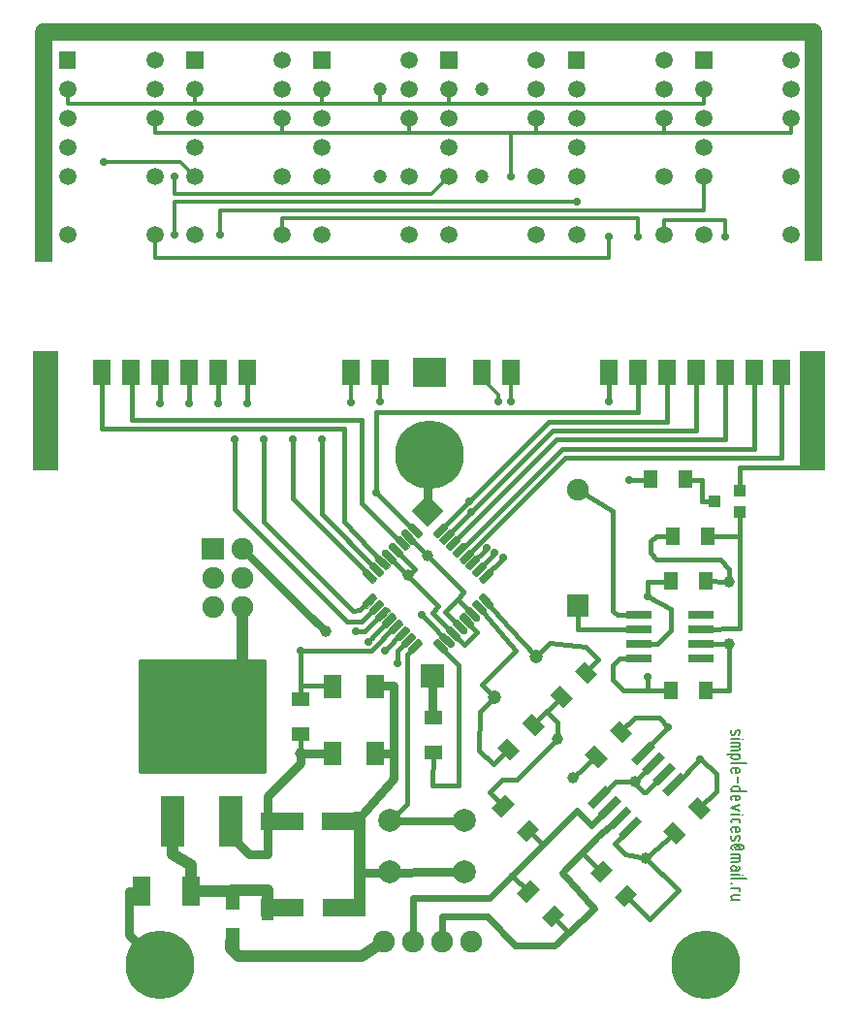
<source format=gbr>
%FSLAX34Y34*%
%MOMM*%
%LNCOPPER_TOP*%
G71*
G01*
%ADD10C, 1.500*%
%ADD11C, 0.300*%
%ADD12C, 0.700*%
%ADD13C, 1.200*%
%ADD14C, 5.000*%
%ADD15C, 0.000*%
%ADD16C, 0.400*%
%ADD17C, 1.000*%
%ADD18R, 1.500X2.200*%
%ADD19R, 2.900X2.600*%
%ADD20C, 0.700*%
%ADD21R, 3.700X1.600*%
%ADD22R, 1.500X2.500*%
%ADD23R, 1.200X2.000*%
%ADD24C, 1.900*%
%ADD25R, 1.600X1.200*%
%ADD26C, 1.900*%
%ADD27R, 2.200X0.700*%
%ADD28R, 2.000X4.500*%
%ADD29C, 1.000*%
%ADD30C, 0.800*%
%ADD31C, 0.600*%
%ADD32R, 1.200X1.600*%
%ADD33C, 2.000*%
%ADD34C, 6.000*%
%ADD35C, 2.200*%
%ADD36R, 1.600X2.000*%
%ADD37R, 2.000X2.000*%
%ADD38C, 0.800*%
%ADD39C, 0.167*%
%ADD40C, 1.500*%
%ADD41R, 1.100X1.100*%
%LPD*%
G36*
X167125Y1418725D02*
X182125Y1418725D01*
X182125Y1403725D01*
X167125Y1403725D01*
X167125Y1418725D01*
G37*
X174625Y1385825D02*
G54D10*
D03*
X174625Y1360425D02*
G54D10*
D03*
X174625Y1309625D02*
G54D10*
D03*
X174625Y1258825D02*
G54D10*
D03*
X250825Y1258825D02*
G54D10*
D03*
X250825Y1309625D02*
G54D10*
D03*
X250825Y1360425D02*
G54D10*
D03*
X250825Y1385825D02*
G54D10*
D03*
X250825Y1411225D02*
G54D10*
D03*
X174625Y1335025D02*
G54D10*
D03*
G54D11*
X250825Y1360425D02*
X250825Y1347725D01*
G54D11*
X473075Y1360425D02*
X473075Y1347725D01*
G54D11*
X361950Y1360425D02*
X361950Y1347725D01*
G54D11*
X174625Y1385825D02*
X174625Y1373125D01*
G54D11*
X285750Y1385825D02*
X285750Y1373125D01*
G54D11*
X396875Y1385825D02*
X396875Y1373125D01*
G54D11*
X508000Y1385825D02*
X508000Y1373125D01*
G54D11*
X730250Y1385825D02*
X730250Y1373125D01*
G54D11*
X584200Y1360425D02*
X584200Y1347725D01*
G54D11*
X695325Y1360425D02*
X695325Y1347725D01*
G54D11*
X806450Y1360425D02*
X806450Y1347725D01*
G54D11*
X174625Y1373125D02*
X730250Y1373125D01*
G54D11*
X250825Y1347725D02*
X806450Y1347725D01*
G54D11*
X307975Y1258825D02*
X307975Y1279462D01*
X730250Y1279462D01*
X730250Y1309625D01*
G54D11*
X285750Y1309625D02*
X273050Y1322325D01*
X206375Y1322325D01*
G54D11*
X250825Y1258825D02*
X250825Y1238128D01*
X647700Y1238128D01*
X647700Y1257238D01*
G54D11*
X695325Y1258825D02*
X695325Y1271525D01*
X714375Y1271588D01*
X749300Y1271588D01*
X749300Y1257238D01*
X647700Y1257237D02*
G54D12*
D03*
G54D11*
X361950Y1260412D02*
X361950Y1273112D01*
X673100Y1273175D01*
X673100Y1257237D01*
X206375Y1322325D02*
G54D12*
D03*
X307975Y1258825D02*
G54D12*
D03*
G54D11*
X508000Y1309625D02*
X492125Y1293750D01*
X374650Y1293812D01*
X268288Y1293812D01*
X268288Y1309625D01*
X619125Y1287400D02*
G54D12*
D03*
X268288Y1258825D02*
G54D12*
D03*
G54D11*
X268288Y1258825D02*
X268288Y1287462D01*
X619125Y1287400D01*
X447675Y1309625D02*
G54D13*
D03*
X447675Y1385825D02*
G54D13*
D03*
X536575Y1309625D02*
G54D13*
D03*
X536575Y1385825D02*
G54D13*
D03*
G54D11*
X447675Y1385825D02*
X447675Y1373125D01*
G54D11*
X561975Y1309625D02*
X561975Y1347725D01*
X561975Y1309625D02*
G54D12*
D03*
X255587Y620650D02*
G54D14*
D03*
G36*
X504603Y893265D02*
X501775Y893265D01*
X493997Y901043D01*
X493996Y902457D01*
X496825Y905286D01*
X498239Y905286D01*
X506017Y897507D01*
X506018Y894679D01*
X504603Y893265D01*
G37*
G54D15*
X504603Y893265D02*
X501775Y893265D01*
X493997Y901043D01*
X493996Y902457D01*
X496825Y905286D01*
X498239Y905286D01*
X506017Y897507D01*
X506018Y894679D01*
X504603Y893265D01*
G36*
X510260Y898922D02*
X507432Y898922D01*
X499654Y906700D01*
X499654Y908114D01*
X502482Y910943D01*
X503896Y910942D01*
X511674Y903164D01*
X511674Y900336D01*
X510260Y898922D01*
G37*
G54D15*
X510260Y898922D02*
X507432Y898922D01*
X499654Y906700D01*
X499654Y908114D01*
X502482Y910943D01*
X503896Y910942D01*
X511674Y903164D01*
X511674Y900336D01*
X510260Y898922D01*
G36*
X499297Y896447D02*
X495764Y899985D01*
X499303Y903518D01*
X502836Y899979D01*
X499297Y896447D01*
G37*
G36*
X504953Y902104D02*
X501421Y905643D01*
X504960Y909175D01*
X508492Y905636D01*
X504953Y902104D01*
G37*
G36*
X515917Y904578D02*
X513088Y904578D01*
X505310Y912357D01*
X505310Y913771D01*
X508139Y916599D01*
X509553Y916599D01*
X517331Y908821D01*
X517331Y905993D01*
X515917Y904578D01*
G37*
G54D15*
X515917Y904578D02*
X513088Y904578D01*
X505310Y912357D01*
X505310Y913771D01*
X508139Y916599D01*
X509553Y916599D01*
X517331Y908821D01*
X517331Y905993D01*
X515917Y904578D01*
G36*
X521574Y910235D02*
X518745Y910235D01*
X510967Y918014D01*
X510967Y919428D01*
X513796Y922256D01*
X515210Y922256D01*
X522988Y914478D01*
X522988Y911650D01*
X521574Y910235D01*
G37*
G54D15*
X521574Y910235D02*
X518745Y910235D01*
X510967Y918014D01*
X510967Y919428D01*
X513796Y922256D01*
X515210Y922256D01*
X522988Y914478D01*
X522988Y911650D01*
X521574Y910235D01*
G36*
X510610Y907760D02*
X507078Y911299D01*
X510617Y914832D01*
X514149Y911293D01*
X510610Y907760D01*
G37*
G36*
X516267Y913417D02*
X512735Y916957D01*
X516274Y920488D01*
X519806Y916949D01*
X516267Y913417D01*
G37*
G36*
X527231Y915892D02*
X524402Y915892D01*
X516624Y923670D01*
X516624Y925085D01*
X519452Y927913D01*
X520867Y927913D01*
X528645Y920135D01*
X528645Y917306D01*
X527231Y915892D01*
G37*
G54D15*
X527231Y915892D02*
X524402Y915892D01*
X516624Y923670D01*
X516624Y925085D01*
X519452Y927913D01*
X520867Y927913D01*
X528645Y920135D01*
X528645Y917306D01*
X527231Y915892D01*
G36*
X532888Y921549D02*
X530059Y921549D01*
X522281Y929327D01*
X522281Y930741D01*
X525109Y933570D01*
X526524Y933570D01*
X534302Y925792D01*
X534302Y922963D01*
X532888Y921549D01*
G37*
G54D15*
X532888Y921549D02*
X530059Y921549D01*
X522281Y929327D01*
X522281Y930741D01*
X525109Y933570D01*
X526524Y933570D01*
X534302Y925792D01*
X534302Y922963D01*
X532888Y921549D01*
G36*
X521923Y919074D02*
X518392Y922614D01*
X521931Y926145D01*
X525463Y922606D01*
X521923Y919074D01*
G37*
G36*
X527584Y924731D02*
X524049Y928266D01*
X527584Y931802D01*
X531120Y928267D01*
X527584Y924731D01*
G37*
G36*
X538544Y927206D02*
X535716Y927206D01*
X527938Y934984D01*
X527938Y936398D01*
X530766Y939227D01*
X532180Y939227D01*
X539958Y931449D01*
X539959Y928620D01*
X538544Y927206D01*
G37*
G54D15*
X538544Y927206D02*
X535716Y927206D01*
X527938Y934984D01*
X527938Y936398D01*
X530766Y939227D01*
X532180Y939227D01*
X539958Y931449D01*
X539959Y928620D01*
X538544Y927206D01*
G36*
X544201Y932863D02*
X541373Y932863D01*
X533595Y940641D01*
X533595Y942055D01*
X536423Y944884D01*
X537837Y944884D01*
X545615Y937105D01*
X545616Y934277D01*
X544201Y932863D01*
G37*
G54D15*
X544201Y932863D02*
X541373Y932863D01*
X533595Y940641D01*
X533595Y942055D01*
X536423Y944884D01*
X537837Y944884D01*
X545615Y937105D01*
X545616Y934277D01*
X544201Y932863D01*
G36*
X533241Y930388D02*
X529706Y933923D01*
X533241Y937459D01*
X536777Y933923D01*
X533241Y930388D01*
G37*
G36*
X538898Y936045D02*
X535362Y939580D01*
X538898Y943116D01*
X542433Y939580D01*
X538898Y936045D01*
G37*
G36*
X432478Y934277D02*
X432478Y937105D01*
X440256Y944884D01*
X441671Y944884D01*
X444499Y942055D01*
X444499Y940641D01*
X436721Y932863D01*
X433893Y932863D01*
X432478Y934277D01*
G37*
G54D15*
X432478Y934277D02*
X432478Y937105D01*
X440256Y944884D01*
X441671Y944884D01*
X444499Y942055D01*
X444499Y940641D01*
X436721Y932863D01*
X433893Y932863D01*
X432478Y934277D01*
G36*
X438135Y928620D02*
X438135Y931449D01*
X445914Y939227D01*
X447328Y939227D01*
X450156Y936398D01*
X450156Y934984D01*
X442378Y927206D01*
X439549Y927206D01*
X438135Y928620D01*
G37*
G54D15*
X438135Y928620D02*
X438135Y931449D01*
X445914Y939227D01*
X447328Y939227D01*
X450156Y936398D01*
X450156Y934984D01*
X442378Y927206D01*
X439549Y927206D01*
X438135Y928620D01*
G36*
X435660Y939576D02*
X439192Y943116D01*
X442731Y939585D01*
X439200Y936045D01*
X435660Y939576D01*
G37*
G36*
X441317Y933919D02*
X444848Y937459D01*
X448388Y933928D01*
X444857Y930388D01*
X441317Y933919D01*
G37*
G36*
X443792Y922963D02*
X443792Y925792D01*
X451570Y933570D01*
X452984Y933570D01*
X455813Y930741D01*
X455813Y929327D01*
X448035Y921549D01*
X445206Y921549D01*
X443792Y922963D01*
G37*
G54D15*
X443792Y922963D02*
X443792Y925792D01*
X451570Y933570D01*
X452984Y933570D01*
X455813Y930741D01*
X455813Y929327D01*
X448035Y921549D01*
X445206Y921549D01*
X443792Y922963D01*
G36*
X449449Y917306D02*
X449449Y920135D01*
X457227Y927913D01*
X458641Y927913D01*
X461470Y925085D01*
X461470Y923670D01*
X453692Y915892D01*
X450863Y915892D01*
X449449Y917306D01*
G37*
G54D15*
X449449Y917306D02*
X449449Y920135D01*
X457227Y927913D01*
X458641Y927913D01*
X461470Y925085D01*
X461470Y923670D01*
X453692Y915892D01*
X450863Y915892D01*
X449449Y917306D01*
G36*
X446974Y928262D02*
X450505Y931802D01*
X454045Y928271D01*
X450514Y924731D01*
X446974Y928262D01*
G37*
G36*
X452631Y922605D02*
X456162Y926145D01*
X459702Y922614D01*
X456171Y919074D01*
X452631Y922605D01*
G37*
G36*
X455106Y911650D02*
X455106Y914478D01*
X462884Y922256D01*
X464298Y922256D01*
X467127Y919428D01*
X467127Y918014D01*
X459348Y910235D01*
X456520Y910235D01*
X455106Y911650D01*
G37*
G54D15*
X455106Y911650D02*
X455106Y914478D01*
X462884Y922256D01*
X464298Y922256D01*
X467127Y919428D01*
X467127Y918014D01*
X459348Y910235D01*
X456520Y910235D01*
X455106Y911650D01*
G36*
X460763Y905993D02*
X460763Y908821D01*
X468541Y916599D01*
X469955Y916599D01*
X472784Y913771D01*
X472784Y912357D01*
X465005Y904578D01*
X462177Y904578D01*
X460763Y905993D01*
G37*
G54D15*
X460763Y905993D02*
X460763Y908821D01*
X468541Y916599D01*
X469955Y916599D01*
X472784Y913771D01*
X472784Y912357D01*
X465005Y904578D01*
X462177Y904578D01*
X460763Y905993D01*
G36*
X458288Y916948D02*
X461819Y920488D01*
X465359Y916957D01*
X461828Y913417D01*
X458288Y916948D01*
G37*
G36*
X463945Y911292D02*
X467476Y914832D01*
X471016Y911300D01*
X467484Y907760D01*
X463945Y911292D01*
G37*
G36*
X466419Y900336D02*
X466419Y903164D01*
X474198Y910942D01*
X475612Y910942D01*
X478440Y908114D01*
X478440Y906700D01*
X470662Y898922D01*
X467834Y898922D01*
X466419Y900336D01*
G37*
G54D15*
X466419Y900336D02*
X466419Y903164D01*
X474198Y910942D01*
X475612Y910942D01*
X478440Y908114D01*
X478440Y906700D01*
X470662Y898922D01*
X467834Y898922D01*
X466419Y900336D01*
G36*
X472076Y894679D02*
X472076Y897507D01*
X479855Y905286D01*
X481269Y905286D01*
X484097Y902457D01*
X484097Y901043D01*
X476319Y893265D01*
X473490Y893265D01*
X472076Y894679D01*
G37*
G54D15*
X472076Y894679D02*
X472076Y897507D01*
X479855Y905286D01*
X481269Y905286D01*
X484097Y902457D01*
X484097Y901043D01*
X476319Y893265D01*
X473490Y893265D01*
X472076Y894679D01*
G36*
X469601Y905635D02*
X473133Y909175D01*
X476673Y905643D01*
X473141Y902104D01*
X469601Y905635D01*
G37*
G36*
X475258Y899978D02*
X478790Y903518D01*
X482329Y899986D01*
X478798Y896447D01*
X475258Y899978D01*
G37*
G36*
X473491Y1006402D02*
X476319Y1006402D01*
X484097Y998624D01*
X484097Y997209D01*
X481269Y994381D01*
X479854Y994381D01*
X472076Y1002159D01*
X472076Y1004987D01*
X473491Y1006402D01*
G37*
G54D15*
X473491Y1006402D02*
X476319Y1006402D01*
X484097Y998624D01*
X484097Y997209D01*
X481269Y994381D01*
X479854Y994381D01*
X472076Y1002159D01*
X472076Y1004987D01*
X473491Y1006402D01*
G36*
X467834Y1000745D02*
X470662Y1000745D01*
X478440Y992967D01*
X478440Y991552D01*
X475612Y988724D01*
X474198Y988724D01*
X466420Y996502D01*
X466420Y999331D01*
X467834Y1000745D01*
G37*
G54D15*
X467834Y1000745D02*
X470662Y1000745D01*
X478440Y992967D01*
X478440Y991552D01*
X475612Y988724D01*
X474198Y988724D01*
X466420Y996502D01*
X466420Y999331D01*
X467834Y1000745D01*
G36*
X478794Y1003220D02*
X482329Y999684D01*
X478794Y996149D01*
X475258Y999684D01*
X478794Y1003220D01*
G37*
G36*
X473137Y997563D02*
X476673Y994028D01*
X473137Y990492D01*
X469601Y994027D01*
X473137Y997563D01*
G37*
G36*
X462177Y995088D02*
X465005Y995088D01*
X472784Y987310D01*
X472783Y985896D01*
X469955Y983067D01*
X468541Y983067D01*
X460762Y990846D01*
X460763Y993674D01*
X462177Y995088D01*
G37*
G54D15*
X462177Y995088D02*
X465005Y995088D01*
X472784Y987310D01*
X472783Y985896D01*
X469955Y983067D01*
X468541Y983067D01*
X460762Y990846D01*
X460763Y993674D01*
X462177Y995088D01*
G36*
X456520Y989431D02*
X459348Y989431D01*
X467127Y981653D01*
X467126Y980239D01*
X464298Y977411D01*
X462884Y977410D01*
X455106Y985189D01*
X455106Y988017D01*
X456520Y989431D01*
G37*
G54D15*
X456520Y989431D02*
X459348Y989431D01*
X467127Y981653D01*
X467126Y980239D01*
X464298Y977411D01*
X462884Y977410D01*
X455106Y985189D01*
X455106Y988017D01*
X456520Y989431D01*
G36*
X467480Y991906D02*
X471016Y988370D01*
X467480Y984835D01*
X463945Y988371D01*
X467480Y991906D01*
G37*
G36*
X461823Y986249D02*
X465359Y982714D01*
X461823Y979178D01*
X458288Y982714D01*
X461823Y986249D01*
G37*
G36*
X450863Y983774D02*
X453691Y983775D01*
X461470Y975996D01*
X461470Y974582D01*
X458641Y971754D01*
X457227Y971754D01*
X449449Y979532D01*
X449449Y982360D01*
X450863Y983774D01*
G37*
G54D15*
X450863Y983774D02*
X453691Y983775D01*
X461470Y975996D01*
X461470Y974582D01*
X458641Y971754D01*
X457227Y971754D01*
X449449Y979532D01*
X449449Y982360D01*
X450863Y983774D01*
G36*
X445206Y978118D02*
X448035Y978118D01*
X455813Y970339D01*
X455813Y968925D01*
X452984Y966097D01*
X451570Y966097D01*
X443792Y973875D01*
X443792Y976703D01*
X445206Y978118D01*
G37*
G54D15*
X445206Y978118D02*
X448035Y978118D01*
X455813Y970339D01*
X455813Y968925D01*
X452984Y966097D01*
X451570Y966097D01*
X443792Y973875D01*
X443792Y976703D01*
X445206Y978118D01*
G36*
X456166Y980593D02*
X459702Y977057D01*
X456166Y973521D01*
X452631Y977057D01*
X456166Y980593D01*
G37*
G36*
X450514Y974936D02*
X454045Y971396D01*
X450505Y967864D01*
X446974Y971404D01*
X450514Y974936D01*
G37*
G36*
X439550Y972461D02*
X442378Y972461D01*
X450156Y964683D01*
X450156Y963268D01*
X447328Y960440D01*
X445914Y960440D01*
X438135Y968218D01*
X438135Y971046D01*
X439550Y972461D01*
G37*
G54D15*
X439550Y972461D02*
X442378Y972461D01*
X450156Y964683D01*
X450156Y963268D01*
X447328Y960440D01*
X445914Y960440D01*
X438135Y968218D01*
X438135Y971046D01*
X439550Y972461D01*
G36*
X433893Y966804D02*
X436721Y966804D01*
X444499Y959026D01*
X444499Y957611D01*
X441671Y954783D01*
X440257Y954783D01*
X432478Y962561D01*
X432479Y965390D01*
X433893Y966804D01*
G37*
G54D15*
X433893Y966804D02*
X436721Y966804D01*
X444499Y959026D01*
X444499Y957611D01*
X441671Y954783D01*
X440257Y954783D01*
X432478Y962561D01*
X432479Y965390D01*
X433893Y966804D01*
G36*
X444857Y969279D02*
X448388Y965739D01*
X444848Y962208D01*
X441317Y965748D01*
X444857Y969279D01*
G37*
G36*
X439200Y963622D02*
X442731Y960082D01*
X439192Y956551D01*
X435660Y960091D01*
X439200Y963622D01*
G37*
G36*
X545615Y965390D02*
X545615Y962561D01*
X537837Y954783D01*
X536423Y954783D01*
X533595Y957612D01*
X533595Y959026D01*
X541373Y966804D01*
X544201Y966804D01*
X545615Y965390D01*
G37*
G54D15*
X545615Y965390D02*
X545615Y962561D01*
X537837Y954783D01*
X536423Y954783D01*
X533595Y957612D01*
X533595Y959026D01*
X541373Y966804D01*
X544201Y966804D01*
X545615Y965390D01*
G36*
X539958Y971046D02*
X539958Y968218D01*
X532180Y960440D01*
X530766Y960440D01*
X527938Y963268D01*
X527938Y964683D01*
X535716Y972460D01*
X538544Y972461D01*
X539958Y971046D01*
G37*
G54D15*
X539958Y971046D02*
X539958Y968218D01*
X532180Y960440D01*
X530766Y960440D01*
X527938Y963268D01*
X527938Y964683D01*
X535716Y972460D01*
X538544Y972461D01*
X539958Y971046D01*
G36*
X542433Y960087D02*
X538898Y956551D01*
X535362Y960086D01*
X538898Y963622D01*
X542433Y960087D01*
G37*
G36*
X536777Y965743D02*
X533241Y962208D01*
X529705Y965743D01*
X533241Y969279D01*
X536777Y965743D01*
G37*
G36*
X534302Y976703D02*
X534302Y973875D01*
X526524Y966097D01*
X525109Y966097D01*
X522281Y968925D01*
X522281Y970339D01*
X530059Y978118D01*
X532887Y978117D01*
X534302Y976703D01*
G37*
G54D15*
X534302Y976703D02*
X534302Y973875D01*
X526524Y966097D01*
X525109Y966097D01*
X522281Y968925D01*
X522281Y970339D01*
X530059Y978118D01*
X532887Y978117D01*
X534302Y976703D01*
G36*
X528645Y982360D02*
X528645Y979532D01*
X520867Y971753D01*
X519452Y971754D01*
X516624Y974582D01*
X516624Y975996D01*
X524402Y983774D01*
X527231Y983774D01*
X528645Y982360D01*
G37*
G54D15*
X528645Y982360D02*
X528645Y979532D01*
X520867Y971753D01*
X519452Y971754D01*
X516624Y974582D01*
X516624Y975996D01*
X524402Y983774D01*
X527231Y983774D01*
X528645Y982360D01*
G36*
X531120Y971400D02*
X527584Y967864D01*
X524049Y971400D01*
X527584Y974936D01*
X531120Y971400D01*
G37*
G36*
X525463Y977057D02*
X521927Y973521D01*
X518392Y977057D01*
X521927Y980593D01*
X525463Y977057D01*
G37*
G36*
X522988Y988017D02*
X522988Y985188D01*
X515210Y977411D01*
X513796Y977410D01*
X510967Y980239D01*
X510967Y981653D01*
X518745Y989431D01*
X521574Y989431D01*
X522988Y988017D01*
G37*
G54D15*
X522988Y988017D02*
X522988Y985188D01*
X515210Y977411D01*
X513796Y977410D01*
X510967Y980239D01*
X510967Y981653D01*
X518745Y989431D01*
X521574Y989431D01*
X522988Y988017D01*
G36*
X517331Y993674D02*
X517331Y990846D01*
X509553Y983067D01*
X508139Y983067D01*
X505310Y985896D01*
X505310Y987310D01*
X513088Y995088D01*
X515917Y995088D01*
X517331Y993674D01*
G37*
G54D15*
X517331Y993674D02*
X517331Y990846D01*
X509553Y983067D01*
X508139Y983067D01*
X505310Y985896D01*
X505310Y987310D01*
X513088Y995088D01*
X515917Y995088D01*
X517331Y993674D01*
G36*
X519806Y982714D02*
X516270Y979178D01*
X512735Y982714D01*
X516270Y986249D01*
X519806Y982714D01*
G37*
G36*
X514149Y988370D02*
X510614Y984835D01*
X507078Y988371D01*
X510614Y991906D01*
X514149Y988370D01*
G37*
G36*
X511674Y999331D02*
X511674Y996502D01*
X503896Y988724D01*
X502482Y988724D01*
X499653Y991553D01*
X499653Y992967D01*
X507432Y1000745D01*
X510260Y1000745D01*
X511674Y999331D01*
G37*
G54D15*
X511674Y999331D02*
X511674Y996502D01*
X503896Y988724D01*
X502482Y988724D01*
X499653Y991553D01*
X499653Y992967D01*
X507432Y1000745D01*
X510260Y1000745D01*
X511674Y999331D01*
G36*
X506017Y1004987D02*
X506017Y1002159D01*
X498239Y994381D01*
X496825Y994381D01*
X493997Y997209D01*
X493997Y998624D01*
X501775Y1006402D01*
X504603Y1006402D01*
X506017Y1004987D01*
G37*
G54D15*
X506017Y1004987D02*
X506017Y1002159D01*
X498239Y994381D01*
X496825Y994381D01*
X493997Y997209D01*
X493997Y998624D01*
X501775Y1006402D01*
X504603Y1006402D01*
X506017Y1004987D01*
G36*
X508492Y994028D02*
X504957Y990492D01*
X501421Y994027D01*
X504956Y997563D01*
X508492Y994028D01*
G37*
G36*
X502835Y999684D02*
X499300Y996149D01*
X495764Y999684D01*
X499300Y1003220D01*
X502835Y999684D01*
G37*
G54D16*
X516270Y916953D02*
X504055Y929168D01*
X515015Y940393D01*
X527142Y928267D01*
X527584Y928267D01*
G54D16*
X473137Y994027D02*
X520628Y946536D01*
X520628Y946006D01*
X515015Y940393D01*
X583588Y890333D02*
G54D13*
D03*
X547526Y854271D02*
G54D13*
D03*
G36*
X591241Y829282D02*
X582756Y820797D01*
X571442Y832110D01*
X579927Y840596D01*
X591241Y829282D01*
G37*
G36*
X569745Y807786D02*
X561260Y799301D01*
X549946Y810615D01*
X558432Y819100D01*
X569745Y807786D01*
G37*
G36*
X637350Y875103D02*
X628864Y866618D01*
X617551Y877931D01*
X626036Y886416D01*
X637350Y875103D01*
G37*
G36*
X615854Y853607D02*
X607368Y845121D01*
X596055Y856435D01*
X604540Y864920D01*
X615854Y853607D01*
G37*
G54D16*
X533241Y933923D02*
X565782Y895032D01*
X536413Y865388D01*
X547526Y854271D01*
G54D16*
X538898Y939580D02*
X560726Y914577D01*
X583588Y890333D01*
G54D16*
X525597Y918297D02*
X532332Y911562D01*
X521106Y900336D01*
X510614Y910829D01*
X510614Y911296D01*
G54D16*
X453834Y978834D02*
X498656Y934568D01*
X493043Y928400D01*
X510147Y911296D01*
X510614Y911296D01*
X488878Y978286D02*
G54D17*
D03*
X472281Y961231D02*
G54D17*
D03*
X483734Y926790D02*
G54D12*
D03*
X280988Y1138175D02*
G54D18*
D03*
X255588Y1138175D02*
G54D18*
D03*
X230188Y1138175D02*
G54D18*
D03*
X204788Y1138175D02*
G54D18*
D03*
X331788Y1138175D02*
G54D18*
D03*
X306388Y1138175D02*
G54D18*
D03*
X561975Y1138175D02*
G54D18*
D03*
X536575Y1138175D02*
G54D18*
D03*
X447675Y1138175D02*
G54D18*
D03*
X422275Y1138175D02*
G54D18*
D03*
X723900Y1138175D02*
G54D18*
D03*
X698500Y1138175D02*
G54D18*
D03*
X673100Y1138175D02*
G54D18*
D03*
X647700Y1138175D02*
G54D18*
D03*
X774700Y1138175D02*
G54D18*
D03*
X749300Y1138175D02*
G54D18*
D03*
X490537Y1138175D02*
G54D19*
D03*
X602716Y818616D02*
G54D17*
D03*
G54D20*
X457029Y746484D02*
X522029Y746484D01*
X554831Y976312D02*
G54D12*
D03*
G54D16*
X583588Y890333D02*
X595621Y902365D01*
X627248Y898998D01*
X638474Y887773D01*
X627450Y876749D01*
X627450Y876517D01*
G54D16*
X546889Y853634D02*
X534857Y841602D01*
X534256Y808386D01*
X546275Y796367D01*
X560473Y809772D01*
X560705Y809772D01*
G54D16*
X605954Y855021D02*
X581629Y830696D01*
X581342Y830696D01*
G54D16*
X478794Y899982D02*
X471488Y892175D01*
X471488Y761206D01*
X456225Y747100D01*
G54D16*
X483734Y926790D02*
X491262Y918785D01*
X504408Y905639D01*
X504957Y905639D01*
X490537Y1138175D02*
G54D17*
D03*
G54D16*
X478794Y999684D02*
X478278Y999684D01*
X444500Y1033462D01*
X444500Y1103312D01*
X673100Y1103312D01*
X673100Y1138175D01*
G54D16*
X499300Y999684D02*
X499622Y999684D01*
X595312Y1095375D01*
X698500Y1095375D01*
X698500Y1138175D01*
G54D16*
X504957Y994028D02*
X505078Y994028D01*
X598488Y1087438D01*
X723900Y1087438D01*
X723900Y1138175D01*
G54D16*
X510614Y988370D02*
X510614Y988451D01*
X601662Y1079500D01*
X749300Y1079500D01*
X749300Y1138175D01*
G54D16*
X516270Y982714D02*
X517576Y982714D01*
X606425Y1071562D01*
X774700Y1071562D01*
X774700Y1138175D01*
G54D16*
X521927Y977057D02*
X523032Y977057D01*
X609600Y1063625D01*
X798512Y1063625D01*
X798512Y1138238D01*
X547687Y981075D02*
G54D12*
D03*
X540544Y985044D02*
G54D12*
D03*
G54D16*
X540544Y985044D02*
X540544Y984360D01*
X527584Y971400D01*
G54D16*
X547687Y981075D02*
X547687Y980190D01*
X533241Y965743D01*
G54D16*
X554831Y976312D02*
X554831Y976020D01*
X538898Y960086D01*
X422275Y1112044D02*
G54D12*
D03*
X550862Y1112838D02*
G54D12*
D03*
X561975Y1112838D02*
G54D12*
D03*
X331787Y1111250D02*
G54D12*
D03*
X306388Y1111250D02*
G54D12*
D03*
X280987Y1111250D02*
G54D12*
D03*
X255588Y1111250D02*
G54D12*
D03*
G54D16*
X371736Y1079500D02*
X371475Y1027906D01*
X439196Y960086D01*
G54D16*
X346336Y1079500D02*
X346075Y1008062D01*
X423862Y930275D01*
X430212Y930597D01*
X439196Y939580D01*
G54D16*
X320936Y1079500D02*
X320675Y1019175D01*
X419100Y920750D01*
X431800Y920871D01*
X444853Y933923D01*
X525462Y1025525D02*
G54D12*
D03*
X527050Y1016000D02*
G54D12*
D03*
X444500Y1033462D02*
G54D12*
D03*
X396875Y1079500D02*
G54D12*
D03*
X731837Y620650D02*
G54D14*
D03*
X490537Y1066738D02*
G54D14*
D03*
G54D16*
X461823Y916953D02*
X461340Y916953D01*
X439738Y895350D01*
X377825Y895350D01*
X377781Y852792D01*
X416488Y670569D02*
G54D21*
D03*
X362513Y670569D02*
G54D21*
D03*
X239023Y685224D02*
G54D22*
D03*
X282679Y685225D02*
G54D22*
D03*
X318791Y642673D02*
G54D23*
D03*
X318791Y679185D02*
G54D23*
D03*
X327025Y984250D02*
G54D24*
D03*
G36*
X311125Y993750D02*
X311125Y974750D01*
X292125Y974750D01*
X292125Y993750D01*
X311125Y993750D01*
G37*
X327025Y958850D02*
G54D24*
D03*
X301625Y958850D02*
G54D24*
D03*
X327025Y933450D02*
G54D24*
D03*
X301625Y933450D02*
G54D24*
D03*
G36*
X699184Y768602D02*
X694234Y773552D01*
X709791Y789108D01*
X714740Y784158D01*
X699184Y768602D01*
G37*
G36*
X690204Y777582D02*
X685254Y782532D01*
X700810Y798089D01*
X705760Y793139D01*
X690204Y777582D01*
G37*
G36*
X681224Y786563D02*
X676274Y791512D01*
X691830Y807069D01*
X696780Y802119D01*
X681224Y786563D01*
G37*
G36*
X672243Y795543D02*
X667293Y800493D01*
X682850Y816049D01*
X687800Y811099D01*
X672243Y795543D01*
G37*
G36*
X634059Y757359D02*
X629110Y762309D01*
X644666Y777865D01*
X649616Y772915D01*
X634059Y757359D01*
G37*
G36*
X643040Y748379D02*
X638090Y753329D01*
X653646Y768885D01*
X658596Y763935D01*
X643040Y748379D01*
G37*
G36*
X652020Y739399D02*
X647070Y744348D01*
X662627Y759905D01*
X667576Y754955D01*
X652020Y739399D01*
G37*
G36*
X661000Y730418D02*
X656050Y735368D01*
X671607Y750925D01*
X676556Y745975D01*
X661000Y730418D01*
G37*
G36*
X694844Y737648D02*
X703329Y746133D01*
X714643Y734819D01*
X706157Y726334D01*
X694844Y737648D01*
G37*
G36*
X716339Y759144D02*
X724825Y767629D01*
X736138Y756315D01*
X727653Y747830D01*
X716339Y759144D01*
G37*
X377781Y852792D02*
G54D25*
D03*
X377782Y822392D02*
G54D25*
D03*
G36*
X629771Y944130D02*
X629771Y925130D01*
X610771Y925130D01*
X610771Y944130D01*
X629771Y944130D01*
G37*
X620271Y1036230D02*
G54D26*
D03*
X727528Y888365D02*
G54D27*
D03*
X727528Y901065D02*
G54D27*
D03*
X727528Y913765D02*
G54D27*
D03*
X727528Y926465D02*
G54D27*
D03*
X673528Y926465D02*
G54D27*
D03*
X673528Y913765D02*
G54D27*
D03*
X673528Y901065D02*
G54D27*
D03*
X673528Y888365D02*
G54D27*
D03*
G54D16*
X602716Y832473D02*
X593725Y841375D01*
X266700Y746125D02*
G54D28*
D03*
X317500Y746125D02*
G54D28*
D03*
G36*
X238125Y885825D02*
X238125Y790575D01*
X346075Y790575D01*
X346075Y885825D01*
X238125Y885825D01*
G37*
G54D16*
X238125Y885825D02*
X238125Y790575D01*
X346075Y790575D01*
X346075Y885825D01*
X238125Y885825D01*
X415842Y746501D02*
G54D21*
D03*
X361866Y746501D02*
G54D21*
D03*
G54D29*
X349250Y665162D02*
X349250Y685800D01*
X282679Y685225D01*
X282575Y708025D01*
X266700Y717550D01*
X266700Y746125D01*
G36*
X344250Y665162D02*
X354250Y665162D01*
X354250Y660162D01*
X344250Y660162D01*
X344250Y665162D01*
G37*
G54D29*
X430129Y749676D02*
X430129Y670301D01*
G36*
X435129Y749676D02*
X425129Y749676D01*
X425129Y754676D01*
X435129Y754676D01*
X435129Y749676D01*
G37*
G36*
X425129Y670301D02*
X435129Y670301D01*
X435129Y665301D01*
X425129Y665301D01*
X425129Y670301D01*
G37*
G54D30*
X317500Y746125D02*
X317500Y733425D01*
X333375Y717550D01*
X349250Y717550D01*
X349250Y768350D01*
X377825Y796925D01*
X377876Y805658D01*
X404864Y805658D01*
X377876Y805658D02*
G54D17*
D03*
G54D30*
X430212Y701675D02*
X521225Y702100D01*
G54D16*
X404802Y864694D02*
X378318Y864694D01*
G54D16*
X377782Y822392D02*
X377825Y796925D01*
G54D30*
X441314Y864694D02*
X459882Y864694D01*
X459581Y783431D01*
X430129Y749676D01*
G54D30*
X441376Y805658D02*
X458789Y805658D01*
G54D16*
X461823Y982714D02*
X461911Y982714D01*
X477838Y966788D01*
X472281Y961231D01*
G36*
X470867Y962645D02*
X473695Y959817D01*
X472281Y958403D01*
X469453Y961231D01*
X470867Y962645D01*
G37*
G54D16*
X230520Y1142938D02*
X230520Y1096962D01*
X431488Y1096972D01*
X431800Y1023938D01*
X467480Y988370D01*
G54D16*
X204428Y1139762D02*
X204428Y1089025D01*
X415925Y1089025D01*
X415925Y1008062D01*
X450510Y971400D01*
G54D16*
X444853Y965743D02*
X396875Y1014412D01*
X396875Y1079500D01*
X371736Y1079500D02*
G54D12*
D03*
X346336Y1079500D02*
G54D12*
D03*
X320936Y1079500D02*
G54D12*
D03*
X752656Y901230D02*
G54D17*
D03*
X699153Y828685D02*
G54D12*
D03*
X727216Y800621D02*
G54D12*
D03*
G54D16*
X699153Y828685D02*
X677547Y807078D01*
X677547Y805796D01*
G54D16*
X727216Y800621D02*
X705450Y778855D01*
X704487Y778855D01*
G54D16*
X686527Y796816D02*
X670587Y780876D01*
X653334Y780876D01*
X640070Y767612D01*
X639363Y767612D01*
G54D16*
X695507Y787836D02*
X679567Y771896D01*
X678029Y771896D01*
X670587Y779338D01*
X670587Y780876D01*
G36*
X626581Y804323D02*
X635066Y812808D01*
X646380Y801494D01*
X637894Y793009D01*
X626581Y804323D01*
G37*
G36*
X648077Y825819D02*
X656562Y834304D01*
X667876Y822991D01*
X659390Y814505D01*
X648077Y825819D01*
G37*
G54D31*
X476250Y641350D02*
X476250Y679450D01*
X542925Y679450D01*
X619125Y755650D01*
X631825Y742950D01*
X648343Y758632D01*
G36*
X642300Y712672D02*
X650785Y704187D01*
X639471Y692873D01*
X630986Y701359D01*
X642300Y712672D01*
G37*
G36*
X663796Y691176D02*
X672281Y682691D01*
X660967Y671377D01*
X652482Y679863D01*
X663796Y691176D01*
G37*
G36*
X578655Y695280D02*
X587140Y686795D01*
X575826Y675482D01*
X567341Y683967D01*
X578655Y695280D01*
G37*
G36*
X600152Y673785D02*
X608637Y665299D01*
X597323Y653986D01*
X588838Y662471D01*
X600152Y673785D01*
G37*
X679938Y714375D02*
G54D17*
D03*
G54D16*
X666304Y740672D02*
X666059Y740672D01*
X652462Y727075D01*
X661988Y717550D01*
X679938Y714375D01*
X704743Y736234D01*
G54D16*
X727216Y800621D02*
X728141Y800621D01*
X741362Y787400D01*
X741362Y772854D01*
X726239Y757730D01*
G54D16*
X657976Y824405D02*
X657976Y824664D01*
X669925Y836612D01*
X691225Y836612D01*
X699153Y828685D01*
X616438Y784225D02*
G54D17*
D03*
G54D16*
X616438Y784225D02*
X636480Y802909D01*
G54D16*
X662089Y681548D02*
X683136Y660911D01*
X708025Y685800D01*
X679938Y714375D01*
G54D31*
X501650Y641350D02*
X501650Y663575D01*
X541338Y663575D01*
X565150Y638175D01*
X600075Y638175D01*
X635000Y669925D01*
X606425Y701675D01*
X638175Y733425D01*
X657323Y749652D01*
G54D16*
X602716Y832473D02*
X602716Y818616D01*
X566738Y782638D01*
X554038Y782638D01*
X542925Y771525D01*
X554296Y760445D01*
X701687Y860634D02*
G54D32*
D03*
X732087Y860634D02*
G54D32*
D03*
X701687Y955884D02*
G54D32*
D03*
X732087Y955884D02*
G54D32*
D03*
G54D16*
X673528Y913765D02*
X619919Y913606D01*
X620271Y934630D01*
X681218Y942505D02*
G54D12*
D03*
X681218Y872655D02*
G54D12*
D03*
G54D16*
X673528Y888365D02*
X656590Y888365D01*
X650875Y882650D01*
X650875Y869950D01*
X660400Y860425D01*
X701478Y860425D01*
X701687Y860634D01*
G54D16*
X681218Y872655D02*
X681218Y861832D01*
G54D16*
X673528Y926465D02*
X654685Y926465D01*
X650875Y930275D01*
X650875Y1017588D01*
X620271Y1036230D01*
G54D16*
X732087Y955884D02*
X752475Y955675D01*
G54D16*
X752656Y901230D02*
X727693Y901230D01*
X727528Y901065D01*
G54D16*
X673528Y901065D02*
X689927Y901065D01*
X701675Y912812D01*
X701675Y931573D01*
X681218Y942505D01*
X681038Y955675D01*
X701478Y955675D01*
X437356Y903288D02*
G54D12*
D03*
X426244Y912019D02*
G54D12*
D03*
X451644Y895350D02*
G54D12*
D03*
X462756Y884238D02*
G54D12*
D03*
G54D16*
X426244Y912019D02*
X434262Y912019D01*
X450510Y928267D01*
G54D16*
X440531Y906462D02*
X440531Y906975D01*
X456166Y922610D01*
G54D16*
X451644Y895350D02*
X451644Y895460D01*
X467480Y911296D01*
G54D16*
X462756Y884238D02*
X462756Y895258D01*
X473137Y905639D01*
X493971Y836645D02*
G54D25*
D03*
X493972Y806245D02*
G54D25*
D03*
G54D16*
X501650Y896938D02*
X515938Y882650D01*
X515938Y777875D01*
X493712Y777373D01*
X493971Y804895D01*
X377825Y895350D02*
G54D12*
D03*
X400050Y912018D02*
G54D17*
D03*
G54D20*
X400050Y912018D02*
X381000Y931069D01*
X327025Y984250D01*
X450850Y641350D02*
G54D26*
D03*
X476250Y641350D02*
G54D26*
D03*
X501650Y641350D02*
G54D26*
D03*
X527050Y641350D02*
G54D26*
D03*
X456225Y702100D02*
G54D33*
D03*
X521225Y702100D02*
G54D33*
D03*
X521225Y747100D02*
G54D33*
D03*
X456225Y747100D02*
G54D33*
D03*
X456225Y702100D02*
G54D33*
D03*
X521225Y702100D02*
G54D33*
D03*
X527050Y641350D02*
G54D26*
D03*
X327025Y933450D02*
G54D24*
D03*
X670587Y780876D02*
G54D17*
D03*
X620271Y1036229D02*
G54D26*
D03*
G36*
X278250Y1418725D02*
X293250Y1418725D01*
X293250Y1403725D01*
X278250Y1403725D01*
X278250Y1418725D01*
G37*
X285750Y1385825D02*
G54D10*
D03*
X285750Y1360425D02*
G54D10*
D03*
X285750Y1309625D02*
G54D10*
D03*
X285750Y1258825D02*
G54D10*
D03*
X361950Y1258825D02*
G54D10*
D03*
X361950Y1309625D02*
G54D10*
D03*
X361950Y1360425D02*
G54D10*
D03*
X361950Y1385825D02*
G54D10*
D03*
X361950Y1411225D02*
G54D10*
D03*
X285750Y1335025D02*
G54D10*
D03*
G36*
X389375Y1418725D02*
X404375Y1418725D01*
X404375Y1403725D01*
X389375Y1403725D01*
X389375Y1418725D01*
G37*
X396875Y1385825D02*
G54D10*
D03*
X396875Y1360425D02*
G54D10*
D03*
X396875Y1309625D02*
G54D10*
D03*
X396875Y1258825D02*
G54D10*
D03*
X473075Y1258825D02*
G54D10*
D03*
X473075Y1309625D02*
G54D10*
D03*
X473075Y1360425D02*
G54D10*
D03*
X473075Y1385825D02*
G54D10*
D03*
X473075Y1411225D02*
G54D10*
D03*
X396875Y1335025D02*
G54D10*
D03*
G36*
X500500Y1418725D02*
X515500Y1418725D01*
X515500Y1403725D01*
X500500Y1403725D01*
X500500Y1418725D01*
G37*
X508000Y1385825D02*
G54D10*
D03*
X508000Y1360425D02*
G54D10*
D03*
X508000Y1309625D02*
G54D10*
D03*
X508000Y1258825D02*
G54D10*
D03*
X584200Y1258825D02*
G54D10*
D03*
X584200Y1309625D02*
G54D10*
D03*
X584200Y1360425D02*
G54D10*
D03*
X584200Y1385825D02*
G54D10*
D03*
X584200Y1411225D02*
G54D10*
D03*
X508000Y1335025D02*
G54D10*
D03*
G36*
X611625Y1418725D02*
X626625Y1418725D01*
X626625Y1403725D01*
X611625Y1403725D01*
X611625Y1418725D01*
G37*
X619125Y1385825D02*
G54D10*
D03*
X619125Y1360425D02*
G54D10*
D03*
X619125Y1309625D02*
G54D10*
D03*
X619125Y1258825D02*
G54D10*
D03*
X695325Y1258825D02*
G54D10*
D03*
X695325Y1309625D02*
G54D10*
D03*
X695325Y1360425D02*
G54D10*
D03*
X695325Y1385825D02*
G54D10*
D03*
X695325Y1411225D02*
G54D10*
D03*
X619125Y1335025D02*
G54D10*
D03*
G36*
X722750Y1418725D02*
X737750Y1418725D01*
X737750Y1403725D01*
X722750Y1403725D01*
X722750Y1418725D01*
G37*
X730250Y1385825D02*
G54D10*
D03*
X730250Y1360425D02*
G54D10*
D03*
X730250Y1309625D02*
G54D10*
D03*
X730250Y1258825D02*
G54D10*
D03*
X806450Y1258825D02*
G54D10*
D03*
X806450Y1309625D02*
G54D10*
D03*
X806450Y1360425D02*
G54D10*
D03*
X806450Y1385825D02*
G54D10*
D03*
X806450Y1411225D02*
G54D10*
D03*
X730250Y1335025D02*
G54D10*
D03*
G54D29*
X327025Y933450D02*
X327025Y915988D01*
X327025Y877888D01*
X255587Y620650D02*
G54D34*
D03*
X731837Y620650D02*
G54D34*
D03*
X490537Y1066738D02*
G54D34*
D03*
G36*
X503091Y1017589D02*
X488949Y1003446D01*
X474807Y1017588D01*
X488949Y1031731D01*
X503091Y1017589D01*
G37*
X798512Y1138238D02*
G54D18*
D03*
X268288Y1309625D02*
G54D12*
D03*
X749300Y1257237D02*
G54D12*
D03*
X673100Y1257237D02*
G54D12*
D03*
G54D29*
X450850Y641350D02*
X431800Y628650D01*
X323850Y628650D01*
X317500Y635000D01*
X317500Y641382D01*
X318791Y642673D01*
X684224Y1044784D02*
G54D32*
D03*
X714624Y1044784D02*
G54D32*
D03*
X703274Y995571D02*
G54D32*
D03*
X733674Y995572D02*
G54D32*
D03*
G54D16*
X732296Y860425D02*
X752475Y860425D01*
X752656Y901230D01*
X752475Y955675D02*
G54D17*
D03*
G54D16*
X727528Y913765D02*
X762000Y914400D01*
X762000Y1017588D01*
G54D16*
X761975Y1035025D02*
X762006Y1055582D01*
X830262Y1055688D01*
X647700Y1112838D02*
G54D12*
D03*
X665163Y1044575D02*
G54D12*
D03*
G54D16*
X703274Y995571D02*
X689184Y995571D01*
X684212Y990600D01*
X684212Y981075D01*
X688975Y974725D01*
X744538Y974725D01*
X752475Y966788D01*
X752475Y955675D01*
G54D30*
X239023Y685224D02*
X239023Y685110D01*
X228600Y685006D01*
X228600Y647637D01*
X255587Y620650D01*
G54D35*
X825500Y1063562D02*
X825500Y1146112D01*
G36*
X814500Y1063562D02*
X836500Y1063562D01*
X836500Y1052562D01*
X814500Y1052562D01*
X814500Y1063562D01*
G37*
G36*
X836500Y1146112D02*
X814500Y1146112D01*
X814500Y1157112D01*
X836500Y1157112D01*
X836500Y1146112D01*
G37*
X442964Y805658D02*
G54D36*
D03*
X406451Y805658D02*
G54D36*
D03*
X442964Y864396D02*
G54D36*
D03*
X406451Y864395D02*
G54D36*
D03*
G54D30*
X488950Y1016000D02*
X488950Y1066800D01*
X493712Y873126D02*
G54D37*
D03*
G54D30*
X493712Y836612D02*
X493712Y873125D01*
G54D16*
X255588Y1111250D02*
X255588Y1138238D01*
G54D16*
X280988Y1111250D02*
X280988Y1138238D01*
G54D16*
X306388Y1111250D02*
X306388Y1136650D01*
G54D16*
X331788Y1111250D02*
X331788Y1138238D01*
G54D16*
X665162Y1044575D02*
X684212Y1044575D01*
G54D16*
X733425Y995362D02*
X762000Y995362D01*
G54D16*
X715962Y1044575D02*
X728662Y1044575D01*
X728662Y1025525D01*
X739775Y1025525D01*
G36*
X556575Y769822D02*
X565060Y761337D01*
X553746Y750023D01*
X545261Y758509D01*
X556575Y769822D01*
G37*
G36*
X578071Y748327D02*
X586556Y739841D01*
X575242Y728528D01*
X566757Y737013D01*
X578071Y748327D01*
G37*
G54D16*
X598488Y663575D02*
X612775Y649288D01*
G54D16*
X577850Y684212D02*
X561975Y700088D01*
G54D16*
X577850Y738188D02*
X588962Y727075D01*
G54D16*
X639762Y703262D02*
X623888Y719138D01*
G54D16*
X647700Y1112838D02*
X647700Y1138175D01*
G54D11*
X561975Y1112838D02*
X561975Y1138175D01*
G54D11*
X550862Y1112838D02*
X550862Y1119188D01*
X538162Y1131888D01*
X447675Y1112838D02*
G54D12*
D03*
G54D11*
X422275Y1112044D02*
X422275Y1138175D01*
G54D11*
X447675Y1112838D02*
X447675Y1138175D01*
X247381Y876031D02*
G54D12*
D03*
X265381Y876031D02*
G54D12*
D03*
X283381Y876031D02*
G54D12*
D03*
X301381Y876031D02*
G54D12*
D03*
X319381Y876031D02*
G54D12*
D03*
X337381Y876031D02*
G54D12*
D03*
X247381Y858031D02*
G54D12*
D03*
X265381Y858031D02*
G54D12*
D03*
X283381Y858031D02*
G54D12*
D03*
X301381Y858031D02*
G54D12*
D03*
X319381Y858031D02*
G54D12*
D03*
X337381Y858031D02*
G54D12*
D03*
X247381Y840031D02*
G54D12*
D03*
X265381Y840031D02*
G54D12*
D03*
X283381Y840031D02*
G54D12*
D03*
X301381Y840031D02*
G54D12*
D03*
X319381Y840031D02*
G54D12*
D03*
X337381Y840031D02*
G54D12*
D03*
X247381Y822031D02*
G54D12*
D03*
X265381Y822031D02*
G54D12*
D03*
X283381Y822031D02*
G54D12*
D03*
X301381Y822031D02*
G54D12*
D03*
X319381Y822031D02*
G54D12*
D03*
X337381Y822031D02*
G54D12*
D03*
X247381Y804031D02*
G54D12*
D03*
X265381Y804031D02*
G54D12*
D03*
X283381Y804031D02*
G54D12*
D03*
X301381Y804031D02*
G54D12*
D03*
X319381Y804031D02*
G54D12*
D03*
X337381Y804031D02*
G54D12*
D03*
X826294Y1059288D02*
G54D38*
D03*
X826294Y1077288D02*
G54D38*
D03*
X826294Y1095288D02*
G54D38*
D03*
X826294Y1113288D02*
G54D38*
D03*
X826294Y1131288D02*
G54D38*
D03*
X826294Y1149288D02*
G54D38*
D03*
G54D39*
X755150Y826053D02*
X754316Y824719D01*
X754316Y823386D01*
X755150Y822052D01*
X756816Y822052D01*
X757650Y822719D01*
X758483Y825386D01*
X759316Y826052D01*
X760983Y826053D01*
X761816Y824719D01*
X761816Y823386D01*
X760983Y822052D01*
G54D39*
X754316Y818386D02*
X761816Y818386D01*
G54D39*
X764316Y818386D02*
X764316Y818386D01*
G54D39*
X754316Y814718D02*
X761816Y814719D01*
G54D39*
X760483Y814718D02*
X761816Y813385D01*
X761316Y812052D01*
X760150Y811385D01*
X754316Y811385D01*
G54D39*
X760483Y811385D02*
X761816Y810052D01*
X761316Y808718D01*
X760150Y808052D01*
X754316Y808052D01*
G54D39*
X761816Y804385D02*
X750983Y804385D01*
G54D39*
X756816Y804385D02*
X754650Y803718D01*
X754316Y802385D01*
X754650Y801051D01*
X756316Y800384D01*
X759650Y800384D01*
X761316Y801051D01*
X761816Y802385D01*
X761316Y803718D01*
X759316Y804385D01*
G54D39*
X754316Y796718D02*
X767649Y796718D01*
G54D39*
X755150Y789050D02*
X754316Y790117D01*
X754316Y791451D01*
X755149Y792784D01*
X756816Y793051D01*
X759650Y793050D01*
X761316Y792384D01*
X761816Y791051D01*
X761316Y789717D01*
X760149Y789050D01*
X758483Y789050D01*
X758483Y793051D01*
G54D39*
X760150Y785384D02*
X760149Y780050D01*
G54D39*
X754316Y772384D02*
X767650Y772384D01*
G54D39*
X759650Y772384D02*
X761316Y773050D01*
X761816Y774384D01*
X761316Y775717D01*
X759650Y776384D01*
X756316Y776384D01*
X754650Y775717D01*
X754316Y774384D01*
X754649Y773050D01*
X756316Y772384D01*
G54D39*
X755150Y764716D02*
X754316Y765783D01*
X754316Y767116D01*
X755149Y768450D01*
X756816Y768716D01*
X759650Y768717D01*
X761316Y768050D01*
X761816Y766716D01*
X761316Y765383D01*
X760150Y764717D01*
X758483Y764717D01*
X758483Y768716D01*
G54D39*
X761816Y761050D02*
X754316Y758383D01*
X761816Y755716D01*
G54D39*
X754316Y752050D02*
X761816Y752050D01*
G54D39*
X764316Y752050D02*
X764316Y752050D01*
G54D39*
X761316Y745049D02*
X761816Y746383D01*
X761316Y747716D01*
X759650Y748383D01*
X756316Y748383D01*
X754650Y747716D01*
X754316Y746383D01*
X754650Y745049D01*
G54D39*
X755149Y737383D02*
X754316Y738449D01*
X754316Y739782D01*
X755149Y741116D01*
X756816Y741382D01*
X759650Y741383D01*
X761316Y740716D01*
X761816Y739383D01*
X761316Y738049D01*
X760150Y737383D01*
X758483Y737383D01*
X758483Y741383D01*
G54D39*
X755150Y733716D02*
X754316Y732382D01*
X754316Y731049D01*
X755150Y729716D01*
X756816Y729716D01*
X757650Y730382D01*
X758483Y733049D01*
X759316Y733716D01*
X760983Y733716D01*
X761816Y732382D01*
X761816Y731049D01*
X760983Y729716D01*
G54D39*
X755483Y721382D02*
X754316Y722315D01*
X754316Y724048D01*
X755483Y725248D01*
X757316Y726049D01*
X762150Y726049D01*
X763983Y725249D01*
X764816Y724048D01*
X764816Y722315D01*
X763316Y721382D01*
X757983Y721382D01*
G54D39*
X759983Y721649D02*
X761316Y721782D01*
X762149Y723115D01*
X761316Y724048D01*
X759983Y724315D01*
X758483Y724049D01*
X757650Y723115D01*
X758483Y721782D01*
X759983Y721649D01*
G54D39*
X754316Y717714D02*
X761816Y717715D01*
G54D39*
X760483Y717714D02*
X761816Y716381D01*
X761316Y715048D01*
X760150Y714381D01*
X754316Y714381D01*
G54D39*
X760483Y714381D02*
X761816Y713048D01*
X761316Y711714D01*
X760149Y711048D01*
X754316Y711048D01*
G54D39*
X760983Y707381D02*
X761816Y706047D01*
X761816Y704447D01*
X760150Y703380D01*
X754316Y703381D01*
G54D39*
X756816Y703380D02*
X758483Y704047D01*
X758816Y705380D01*
X758483Y706714D01*
X756816Y707381D01*
X755150Y707114D01*
X754316Y706047D01*
X754316Y705380D01*
X754316Y705114D01*
X755149Y704047D01*
X756816Y703380D01*
G54D39*
X754316Y699714D02*
X761816Y699714D01*
G54D39*
X764316Y699714D02*
X764316Y699714D01*
G54D39*
X754316Y696047D02*
X767649Y696047D01*
G54D39*
X754316Y691846D02*
X754316Y692380D01*
X754983Y692380D01*
X754983Y691846D01*
X754316Y691846D01*
X754316Y692380D01*
G54D39*
X754316Y688180D02*
X761816Y688180D01*
G54D39*
X760149Y688180D02*
X761816Y686846D01*
X761816Y685513D01*
G54D39*
X761816Y677846D02*
X754316Y677846D01*
G54D39*
X755983Y677846D02*
X754650Y678512D01*
X754316Y679846D01*
X754650Y681179D01*
X755983Y681846D01*
X761816Y681846D01*
X153988Y1314388D02*
G54D12*
D03*
X153988Y1296388D02*
G54D12*
D03*
X153988Y1278388D02*
G54D12*
D03*
X153988Y1260388D02*
G54D12*
D03*
X153988Y1242388D02*
G54D12*
D03*
X826294Y1315181D02*
G54D12*
D03*
X826294Y1297181D02*
G54D12*
D03*
X826294Y1279181D02*
G54D12*
D03*
X826294Y1261181D02*
G54D12*
D03*
X826294Y1243181D02*
G54D12*
D03*
G54D40*
X153988Y1242388D02*
X153988Y1435100D01*
X826294Y1435100D01*
X826294Y1243181D01*
G36*
X146488Y1242388D02*
X161488Y1242388D01*
X161488Y1234888D01*
X146488Y1234888D01*
X146488Y1242388D01*
G37*
G36*
X818794Y1243181D02*
X833794Y1243181D01*
X833794Y1235681D01*
X818794Y1235681D01*
X818794Y1243181D01*
G37*
X761975Y1035025D02*
G54D41*
D03*
X761975Y1016025D02*
G54D41*
D03*
X739775Y1025525D02*
G54D41*
D03*
G54D35*
X155575Y1063562D02*
X155575Y1146112D01*
G36*
X144575Y1063562D02*
X166575Y1063562D01*
X166575Y1052562D01*
X144575Y1052562D01*
X144575Y1063562D01*
G37*
G36*
X166575Y1146112D02*
X144575Y1146112D01*
X144575Y1157112D01*
X166575Y1157112D01*
X166575Y1146112D01*
G37*
X156370Y1059288D02*
G54D38*
D03*
X156370Y1077288D02*
G54D38*
D03*
X156370Y1095288D02*
G54D38*
D03*
X156370Y1113288D02*
G54D38*
D03*
X156370Y1131288D02*
G54D38*
D03*
X156370Y1149288D02*
G54D38*
D03*
M02*

</source>
